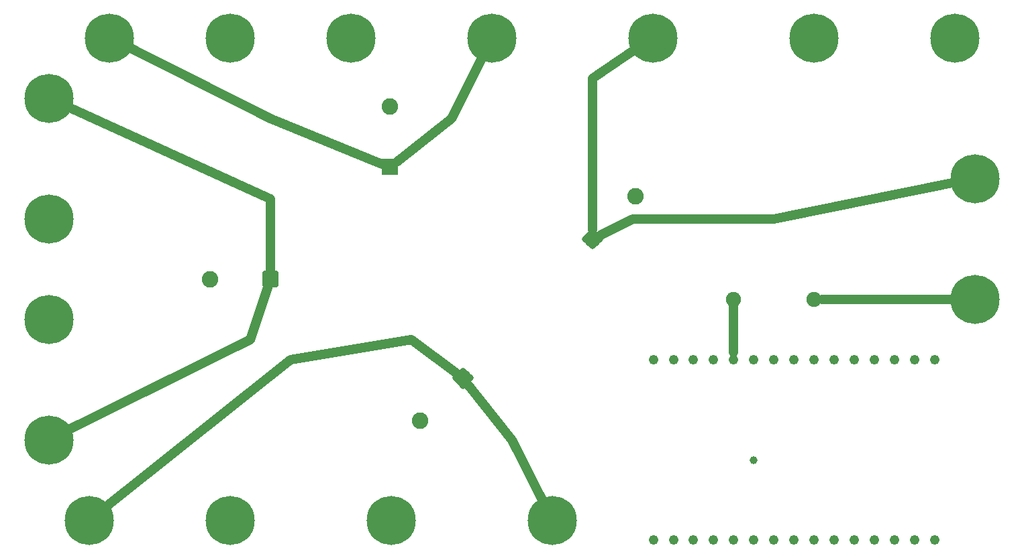
<source format=gtl>
G04 MADE WITH FRITZING*
G04 WWW.FRITZING.ORG*
G04 DOUBLE SIDED*
G04 HOLES PLATED*
G04 CONTOUR ON CENTER OF CONTOUR VECTOR*
%ASAXBY*%
%FSLAX23Y23*%
%MOIN*%
%OFA0B0*%
%SFA1.0B1.0*%
%ADD10C,0.047859*%
%ADD11C,0.039370*%
%ADD12C,0.082000*%
%ADD13C,0.075000*%
%ADD14C,0.244000*%
%ADD15R,0.082000X0.082000*%
%ADD16C,0.048000*%
%ADD17C,0.020000*%
%LNCOPPER1*%
G90*
G70*
G54D10*
X3690Y1171D03*
X3491Y274D03*
X3591Y274D03*
X3690Y274D03*
X3790Y274D03*
X3890Y274D03*
X3591Y1171D03*
X3491Y1171D03*
X3790Y1171D03*
X3990Y274D03*
X4090Y274D03*
X4190Y274D03*
X4289Y274D03*
X4389Y274D03*
X4489Y274D03*
X4589Y274D03*
X4689Y274D03*
X4789Y274D03*
X4889Y274D03*
X4190Y1171D03*
X4289Y1171D03*
X4389Y1171D03*
X4489Y1171D03*
X4589Y1171D03*
X4689Y1171D03*
X4789Y1171D03*
X4889Y1171D03*
X3890Y1171D03*
X3990Y1171D03*
X4090Y1171D03*
G54D11*
X3989Y668D03*
G54D12*
X2545Y1078D03*
X2333Y865D03*
G54D13*
X4289Y1471D03*
X3889Y1471D03*
G54D14*
X2989Y371D03*
X2989Y371D03*
X2189Y371D03*
X2189Y371D03*
X5089Y1471D03*
X5089Y1471D03*
X489Y2471D03*
X489Y2471D03*
X789Y2771D03*
X789Y2771D03*
X489Y1371D03*
X489Y1371D03*
X1989Y2771D03*
X1989Y2771D03*
X2689Y2771D03*
X2689Y2771D03*
X4289Y2771D03*
X4289Y2771D03*
X5089Y2071D03*
X5089Y2071D03*
X489Y1871D03*
X489Y1871D03*
X1389Y2771D03*
X1389Y2771D03*
X3489Y2771D03*
X3489Y2771D03*
X4989Y2771D03*
X4989Y2771D03*
X1389Y371D03*
X1389Y371D03*
X489Y771D03*
X489Y771D03*
X689Y371D03*
X689Y371D03*
G54D12*
X3189Y1771D03*
X3401Y1984D03*
X1589Y1571D03*
X1289Y1571D03*
X2183Y2128D03*
X2183Y2428D03*
G54D15*
X2183Y2128D03*
G54D16*
X3890Y1205D02*
X3889Y1432D01*
D02*
X2789Y771D02*
X2572Y1044D01*
D02*
X2946Y458D02*
X2789Y771D01*
D02*
X4992Y1471D02*
X4329Y1471D01*
D02*
X1589Y1971D02*
X1589Y1615D01*
D02*
X578Y2431D02*
X1589Y1971D01*
D02*
X1489Y1271D02*
X576Y815D01*
D02*
X1576Y1530D02*
X1489Y1271D01*
D02*
X3189Y2571D02*
X3189Y1815D01*
D02*
X3408Y2718D02*
X3189Y2571D01*
D02*
X1689Y1171D02*
X765Y432D01*
D02*
X2289Y1271D02*
X1689Y1171D01*
D02*
X2511Y1104D02*
X2289Y1271D01*
D02*
X4089Y1871D02*
X4994Y2052D01*
D02*
X3389Y1871D02*
X4089Y1871D01*
D02*
X3228Y1791D02*
X3389Y1871D01*
D02*
X2489Y2371D02*
X2217Y2154D01*
D02*
X2646Y2684D02*
X2489Y2371D01*
D02*
X1589Y2371D02*
X876Y2728D01*
D02*
X2143Y2144D02*
X1589Y2371D01*
G54D17*
X2545Y1034D02*
X2502Y1078D01*
X2545Y1121D01*
X2589Y1078D01*
X2545Y1034D01*
D02*
X3189Y1815D02*
X3233Y1771D01*
X3189Y1728D01*
X3145Y1771D01*
X3189Y1815D01*
D02*
X1558Y1540D02*
X1558Y1602D01*
X1620Y1602D01*
X1620Y1540D01*
X1558Y1540D01*
D02*
G04 End of Copper1*
M02*
</source>
